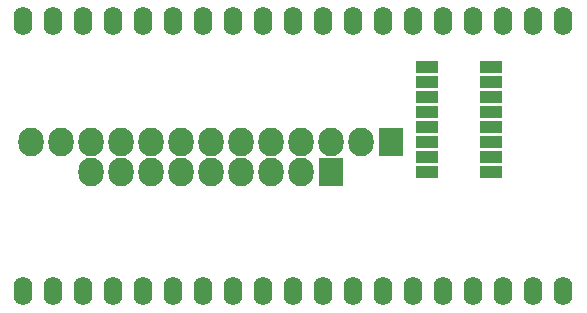
<source format=gbr>
G04 #@! TF.FileFunction,Soldermask,Bot*
%FSLAX46Y46*%
G04 Gerber Fmt 4.6, Leading zero omitted, Abs format (unit mm)*
G04 Created by KiCad (PCBNEW 4.0.7) date 02/08/18 15:03:49*
%MOMM*%
%LPD*%
G01*
G04 APERTURE LIST*
%ADD10C,0.100000*%
%ADD11R,2.127200X2.432000*%
%ADD12O,2.127200X2.432000*%
%ADD13R,1.900000X1.000000*%
%ADD14O,1.600000X2.400000*%
G04 APERTURE END LIST*
D10*
D11*
X102235000Y-64770000D03*
D12*
X99695000Y-64770000D03*
X97155000Y-64770000D03*
X94615000Y-64770000D03*
X92075000Y-64770000D03*
X89535000Y-64770000D03*
X86995000Y-64770000D03*
X84455000Y-64770000D03*
X81915000Y-64770000D03*
X79375000Y-64770000D03*
X76835000Y-64770000D03*
X74295000Y-64770000D03*
X71755000Y-64770000D03*
D11*
X97155000Y-67310000D03*
D12*
X94615000Y-67310000D03*
X92075000Y-67310000D03*
X89535000Y-67310000D03*
X86995000Y-67310000D03*
X84455000Y-67310000D03*
X81915000Y-67310000D03*
X79375000Y-67310000D03*
X76835000Y-67310000D03*
D13*
X110700000Y-58455000D03*
X110700000Y-59725000D03*
X110700000Y-60995000D03*
X110700000Y-62265000D03*
X110700000Y-63535000D03*
X110700000Y-64805000D03*
X110700000Y-66075000D03*
X110700000Y-67345000D03*
X105300000Y-67345000D03*
X105300000Y-66075000D03*
X105300000Y-64805000D03*
X105300000Y-63535000D03*
X105300000Y-62265000D03*
X105300000Y-60995000D03*
X105300000Y-59725000D03*
X105300000Y-58455000D03*
D14*
X71140000Y-54575000D03*
X71140000Y-77425000D03*
X73680000Y-54575000D03*
X73680000Y-77425000D03*
X76220000Y-54575000D03*
X76220000Y-77425000D03*
X78760000Y-54575000D03*
X78760000Y-77425000D03*
X81300000Y-54575000D03*
X81300000Y-77425000D03*
X83840000Y-54575000D03*
X83840000Y-77425000D03*
X86380000Y-54575000D03*
X86380000Y-77425000D03*
X88920000Y-54575000D03*
X88920000Y-77425000D03*
X91460000Y-54575000D03*
X91460000Y-77425000D03*
X94000000Y-54575000D03*
X94000000Y-77425000D03*
X96540000Y-54575000D03*
X96540000Y-77425000D03*
X99080000Y-54575000D03*
X99080000Y-77425000D03*
X101620000Y-54575000D03*
X101620000Y-77425000D03*
X104160000Y-54575000D03*
X104160000Y-77425000D03*
X106700000Y-54575000D03*
X106700000Y-77425000D03*
X109240000Y-54575000D03*
X109240000Y-77425000D03*
X111780000Y-54575000D03*
X111780000Y-77425000D03*
X114320000Y-54575000D03*
X114320000Y-77425000D03*
X116860000Y-54575000D03*
X116860000Y-77425000D03*
M02*

</source>
